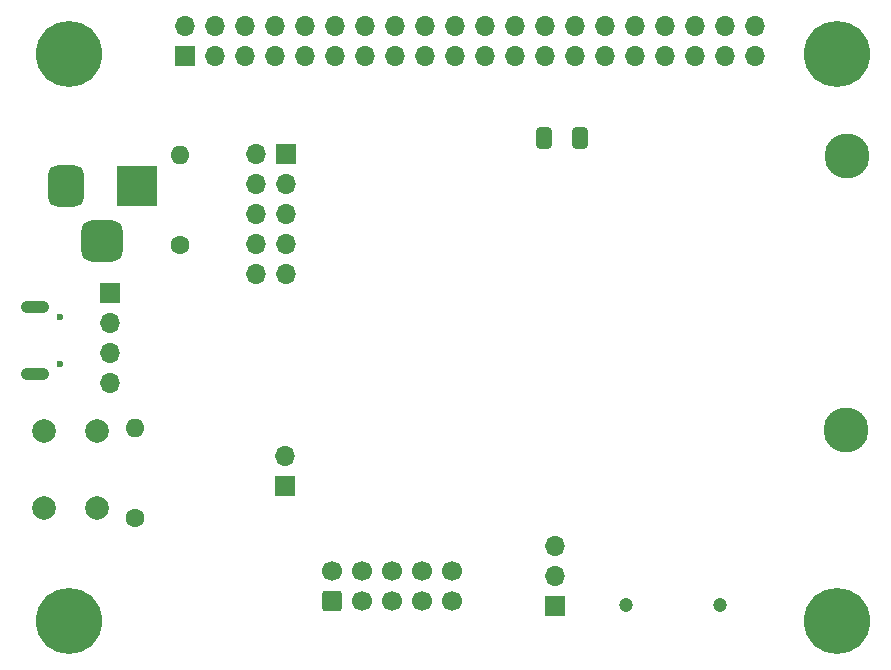
<source format=gbs>
G04 #@! TF.GenerationSoftware,KiCad,Pcbnew,7.0.5-4d25ed1034~172~ubuntu22.04.1*
G04 #@! TF.CreationDate,2023-06-04T18:10:59+03:00*
G04 #@! TF.ProjectId,STM32L475-protoboard,53544d33-324c-4343-9735-2d70726f746f,rev?*
G04 #@! TF.SameCoordinates,Original*
G04 #@! TF.FileFunction,Soldermask,Bot*
G04 #@! TF.FilePolarity,Negative*
%FSLAX46Y46*%
G04 Gerber Fmt 4.6, Leading zero omitted, Abs format (unit mm)*
G04 Created by KiCad (PCBNEW 7.0.5-4d25ed1034~172~ubuntu22.04.1) date 2023-06-04 18:10:59*
%MOMM*%
%LPD*%
G01*
G04 APERTURE LIST*
G04 Aperture macros list*
%AMRoundRect*
0 Rectangle with rounded corners*
0 $1 Rounding radius*
0 $2 $3 $4 $5 $6 $7 $8 $9 X,Y pos of 4 corners*
0 Add a 4 corners polygon primitive as box body*
4,1,4,$2,$3,$4,$5,$6,$7,$8,$9,$2,$3,0*
0 Add four circle primitives for the rounded corners*
1,1,$1+$1,$2,$3*
1,1,$1+$1,$4,$5*
1,1,$1+$1,$6,$7*
1,1,$1+$1,$8,$9*
0 Add four rect primitives between the rounded corners*
20,1,$1+$1,$2,$3,$4,$5,0*
20,1,$1+$1,$4,$5,$6,$7,0*
20,1,$1+$1,$6,$7,$8,$9,0*
20,1,$1+$1,$8,$9,$2,$3,0*%
G04 Aperture macros list end*
%ADD10RoundRect,0.250000X0.600000X-0.600000X0.600000X0.600000X-0.600000X0.600000X-0.600000X-0.600000X0*%
%ADD11C,1.700000*%
%ADD12C,0.600000*%
%ADD13O,2.400000X1.100000*%
%ADD14C,1.200000*%
%ADD15C,2.600000*%
%ADD16C,3.800000*%
%ADD17R,1.700000X1.700000*%
%ADD18O,1.700000X1.700000*%
%ADD19C,3.600000*%
%ADD20C,5.600000*%
%ADD21C,2.000000*%
%ADD22C,1.600000*%
%ADD23O,1.600000X1.600000*%
%ADD24R,3.500000X3.500000*%
%ADD25RoundRect,0.750000X-0.750000X-1.000000X0.750000X-1.000000X0.750000X1.000000X-0.750000X1.000000X0*%
%ADD26RoundRect,0.875000X-0.875000X-0.875000X0.875000X-0.875000X0.875000X0.875000X-0.875000X0.875000X0*%
%ADD27RoundRect,0.250000X0.412500X0.650000X-0.412500X0.650000X-0.412500X-0.650000X0.412500X-0.650000X0*%
G04 APERTURE END LIST*
D10*
X93550000Y-100275000D03*
D11*
X93550000Y-97735000D03*
X96090000Y-100275000D03*
X96090000Y-97735000D03*
X98630000Y-100275000D03*
X98630000Y-97735000D03*
X101170000Y-100275000D03*
X101170000Y-97735000D03*
X103710000Y-100275000D03*
X103710000Y-97735000D03*
D12*
X70560000Y-76225000D03*
X70560000Y-80225000D03*
D13*
X68450000Y-75405000D03*
X68450000Y-81045000D03*
D14*
X118450000Y-100575000D03*
X126450000Y-100575000D03*
D15*
X137100000Y-85775000D03*
D16*
X137100000Y-85775000D03*
D17*
X89650000Y-62425000D03*
D18*
X87110000Y-62425000D03*
X89650000Y-64965000D03*
X87110000Y-64965000D03*
X89650000Y-67505000D03*
X87110000Y-67505000D03*
X89650000Y-70045000D03*
X87110000Y-70045000D03*
X89650000Y-72585000D03*
X87110000Y-72585000D03*
D19*
X71300000Y-101955000D03*
D20*
X71300000Y-101955000D03*
D17*
X89550000Y-90550000D03*
D18*
X89550000Y-88010000D03*
D17*
X112475000Y-100675000D03*
D18*
X112475000Y-98135000D03*
X112475000Y-95595000D03*
D19*
X136300000Y-101955000D03*
D20*
X136300000Y-101955000D03*
D21*
X73650000Y-85850000D03*
X73650000Y-92350000D03*
X69150000Y-85850000D03*
X69150000Y-92350000D03*
D15*
X137150000Y-62625000D03*
D16*
X137150000Y-62625000D03*
D22*
X80720000Y-70135000D03*
D23*
X80720000Y-62515000D03*
D19*
X71300000Y-53955000D03*
D20*
X71300000Y-53955000D03*
D17*
X81150000Y-54115000D03*
D18*
X81150000Y-51575000D03*
X83690000Y-54115000D03*
X83690000Y-51575000D03*
X86230000Y-54115000D03*
X86230000Y-51575000D03*
X88770000Y-54115000D03*
X88770000Y-51575000D03*
X91310000Y-54115000D03*
X91310000Y-51575000D03*
X93850000Y-54115000D03*
X93850000Y-51575000D03*
X96390000Y-54115000D03*
X96390000Y-51575000D03*
X98930000Y-54115000D03*
X98930000Y-51575000D03*
X101470000Y-54115000D03*
X101470000Y-51575000D03*
X104010000Y-54115000D03*
X104010000Y-51575000D03*
X106550000Y-54115000D03*
X106550000Y-51575000D03*
X109090000Y-54115000D03*
X109090000Y-51575000D03*
X111630000Y-54115000D03*
X111630000Y-51575000D03*
X114170000Y-54115000D03*
X114170000Y-51575000D03*
X116710000Y-54115000D03*
X116710000Y-51575000D03*
X119250000Y-54115000D03*
X119250000Y-51575000D03*
X121790000Y-54115000D03*
X121790000Y-51575000D03*
X124330000Y-54115000D03*
X124330000Y-51575000D03*
X126870000Y-54115000D03*
X126870000Y-51575000D03*
X129410000Y-54115000D03*
X129410000Y-51575000D03*
D24*
X77050000Y-65125000D03*
D25*
X71050000Y-65125000D03*
D26*
X74050000Y-69825000D03*
D22*
X76900000Y-93200000D03*
D23*
X76900000Y-85580000D03*
D19*
X136300000Y-53955000D03*
D20*
X136300000Y-53955000D03*
D17*
X74750000Y-74200000D03*
D18*
X74750000Y-76740000D03*
X74750000Y-79280000D03*
X74750000Y-81820000D03*
D27*
X114600000Y-61095000D03*
X111475000Y-61095000D03*
M02*

</source>
